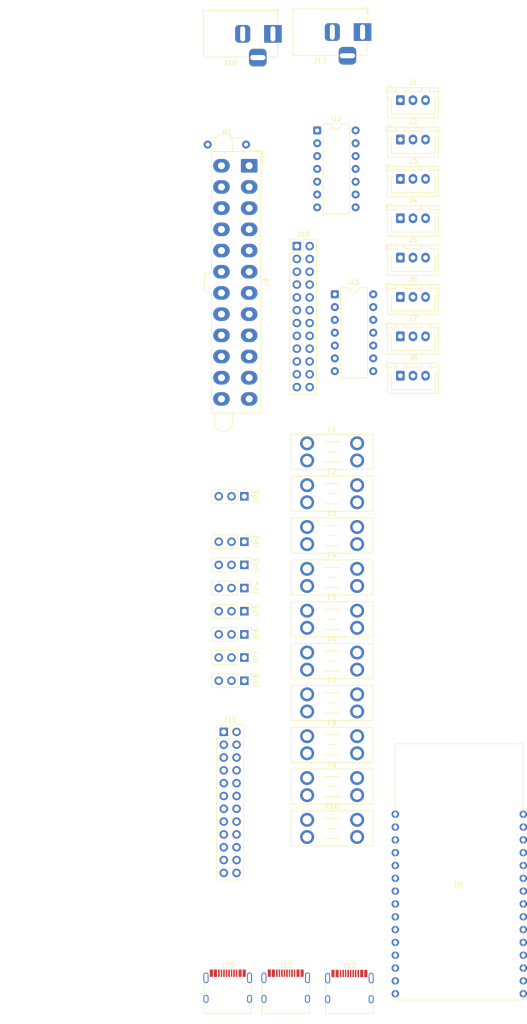
<source format=kicad_pcb>
(kicad_pcb (version 20241229) (generator "pcbnew") (generator_version "9.0")
  (layers (0 "F.Cu" signal) (2 "B.Cu" signal) (13 "F.Paste" user) (15 "B.Paste" user) (5 "F.SilkS" user "F.Silkscreen") (7 "B.SilkS" user "B.Silkscreen") (1 "F.Mask" user) (3 "B.Mask" user) (25 "Edge.Cuts" user))
  (net 0 "")
  (net 1 "Net-(JP1-C)")
  (net 2 "/Vout1")
  (net 3 "Net-(JP2-C)")
  (net 4 "/Vout2")
  (net 5 "Net-(JP3-C)")
  (net 6 "/Vout3")
  (net 7 "/Vout4")
  (net 8 "Net-(JP4-C)")
  (net 9 "/Vout5")
  (net 10 "Net-(JP5-C)")
  (net 11 "/Vout6")
  (net 12 "Net-(JP6-C)")
  (net 14 "Net-(JP7-C)")
  (net 15 "Net-(JP8-C)")
  (net 16 "/Vout8")
  (net 17 "Net-(J9-Pin_10)")
  (net 18 "+12VAUX")
  (net 19 "Net-(J9-Pin_21)")
  (net 20 "+5VAUX")
  (net 21 "Net-(J1-Pin_2)")
  (net 22 "GND")
  (net 23 "Net-(J2-Pin_2)")
  (net 24 "Net-(J3-Pin_2)")
  (net 25 "Net-(J4-Pin_2)")
  (net 26 "Net-(J5-Pin_2)")
  (net 27 "Net-(J6-Pin_2)")
  (net 28 "Net-(J7-Pin_2)")
  (net 29 "/Vout7")
  (net 30 "Net-(J8-Pin_2)")
  (net 37 "+12VLED")
  (net 38 "+5VLED")
  (net 41 "+3.3V")
  (net 42 "+5V_LOGIC")
  (net 51 "Net-(U1-GND-Pad1)")
  (net 54 "/DATA6_IN")
  (net 56 "/DATA2_IN")
  (net 63 "/DATA1_IN")
  (net 66 "/DATA8_IN")
  (net 68 "/DATA5_IN")
  (net 75 "/DATA4_IN")
  (net 77 "/DATA7_IN")
  (net 83 "/DATA3_IN")
  (net 84 "+5VLOGIC")
  (net 86 "Net-(J9-Pin_16)")
  (net 91 "Net-(J13-VBUS-PadA9)")
  (footprint "Fuse:Fuseholder_Blade_Mini_Keystone_3568" (layer "F.Cu") (at 32.5 152.32)
    (property "Reference" "F9" (at 4.96 -2.67 0) (layer "F.SilkS"))
    (property "Value" "Fuse")
    (pad "1" thru_hole circle (at 0 0) (size 2.78 2.78) (drill 1.78) (layers "*.Cu" "*.Mask") (net 18 "+12VAUX"))
    (pad "1" thru_hole circle (at 0 3.4) (size 2.78 2.78) (drill 1.78) (layers "*.Cu" "*.Mask") (net 18 "+12VAUX"))
    (pad "2" thru_hole circle (at 9.92 0) (size 2.78 2.78) (drill 1.78) (layers "*.Cu" "*.Mask") (net 17 "Net-(J9-Pin_10)"))
    (pad "2" thru_hole circle (at 9.92 3.4) (size 2.78 2.78) (drill 1.78) (layers "*.Cu" "*.Mask") (net 17 "Net-(J9-Pin_10)"))
  )
  (footprint "Connector_JST:JST_XH_B3B-XH-A_1x03_P2.50mm_Vertical" (layer "F.Cu") (at 51 41.4)
    (property "Reference" "J4" (at 2.5 -3.55 0) (layer "F.SilkS"))
    (property "Value" "Conn_01x03")
    (pad "1" thru_hole roundrect (at 0 0) (size 1.7 1.95) (drill 0.95) (layers "*.Cu" "*.Mask") (roundrect_rratio 0.147059) (net 22 "GND"))
    (pad "2" thru_hole oval (at 2.5 0) (size 1.7 1.95) (drill 0.95) (layers "*.Cu" "*.Mask") (net 25 "Net-(J4-Pin_2)"))
    (pad "3" thru_hole oval (at 5 0) (size 1.7 1.95) (drill 0.95) (layers "*.Cu" "*.Mask") (net 7 "/Vout4"))
  )
  (footprint "Package_DIP:DIP-14_W7.62mm" (layer "F.Cu") (at 34.5 24)
    (property "Reference" "U2" (at 3.81 -2.33 0) (layer "F.SilkS"))
    (property "Value" "74AHCT125")
    (pad "1" thru_hole roundrect (at 0 0) (size 1.6 1.6) (drill 0.8) (layers "*.Cu" "*.Mask") (roundrect_rratio 0.15625) (net 22 "GND"))
    (pad "2" thru_hole circle (at 0 2.54) (size 1.6 1.6) (drill 0.8) (layers "*.Cu" "*.Mask") (net 63 "/DATA1_IN"))
    (pad "3" thru_hole circle (at 0 5.08) (size 1.6 1.6) (drill 0.8) (layers "*.Cu" "*.Mask") (net 21 "Net-(J1-Pin_2)"))
    (pad "4" thru_hole circle (at 0 7.62) (size 1.6 1.6) (drill 0.8) (layers "*.Cu" "*.Mask") (net 22 "GND"))
    (pad "5" thru_hole circle (at 0 10.16) (size 1.6 1.6) (drill 0.8) (layers "*.Cu" "*.Mask") (net 56 "/DATA2_IN"))
    (pad "6" thru_hole circle (at 0 12.7) (size 1.6 1.6) (drill 0.8) (layers "*.Cu" "*.Mask") (net 23 "Net-(J2-Pin_2)"))
    (pad "7" thru_hole circle (at 0 15.24) (size 1.6 1.6) (drill 0.8) (layers "*.Cu" "*.Mask") (net 22 "GND"))
    (pad "8" thru_hole circle (at 7.62 15.24) (size 1.6 1.6) (drill 0.8) (layers "*.Cu" "*.Mask") (net 24 "Net-(J3-Pin_2)"))
    (pad "9" thru_hole circle (at 7.62 12.7) (size 1.6 1.6) (drill 0.8) (layers "*.Cu" "*.Mask") (net 83 "/DATA3_IN"))
    (pad "10" thru_hole circle (at 7.62 10.16) (size 1.6 1.6) (drill 0.8) (layers "*.Cu" "*.Mask") (net 22 "GND"))
    (pad "11" thru_hole circle (at 7.62 7.62) (size 1.6 1.6) (drill 0.8) (layers "*.Cu" "*.Mask") (net 25 "Net-(J4-Pin_2)"))
    (pad "12" thru_hole circle (at 7.62 5.08) (size 1.6 1.6) (drill 0.8) (layers "*.Cu" "*.Mask") (net 75 "/DATA4_IN"))
    (pad "13" thru_hole circle (at 7.62 2.54) (size 1.6 1.6) (drill 0.8) (layers "*.Cu" "*.Mask") (net 22 "GND"))
    (pad "14" thru_hole circle (at 7.62 0) (size 1.6 1.6) (drill 0.8) (layers "*.Cu" "*.Mask") (net 84 "+5VLOGIC"))
  )
  (footprint "Connector_USB:USB_C_Receptacle_HRO_TYPE-C-31-M-12" (layer "F.Cu") (at 40.89 195.1)
    (property "Reference" "J12" (at 0 -5.645 0) (layer "F.SilkS"))
    (property "Value" "USB_C_Receptacle_PowerOnly_6P")
    (pad "" np_thru_hole circle (at -2.89 -2.6) (size 0.65 0.65) (drill 0.65) (layers "*.Cu" "*.Mask"))
    (pad "" np_thru_hole circle (at 2.89 -2.6) (size 0.65 0.65) (drill 0.65) (layers "*.Cu" "*.Mask"))
    (pad "A1" smd rect (at -3.25 -4.045) (size 0.6 1.45) (layers "F.Cu" "F.Mask" "F.Paste"))
    (pad "A4" smd rect (at -2.45 -4.045) (size 0.6 1.45) (layers "F.Cu" "F.Mask" "F.Paste"))
    (pad "A5" smd rect (at -1.25 -4.045) (size 0.3 1.45) (layers "F.Cu" "F.Mask" "F.Paste"))
    (pad "A6" smd rect (at -0.25 -4.045) (size 0.3 1.45) (layers "F.Cu" "F.Mask" "F.Paste"))
    (pad "A7" smd rect (at 0.25 -4.045) (size 0.3 1.45) (layers "F.Cu" "F.Mask" "F.Paste"))
    (pad "A8" smd rect (at 1.25 -4.045) (size 0.3 1.45) (layers "F.Cu" "F.Mask" "F.Paste"))
    (pad "A9" smd rect (at 2.45 -4.045) (size 0.6 1.45) (layers "F.Cu" "F.Mask" "F.Paste") (net 20 "+5VAUX"))
    (pad "A12" smd rect (at 3.25 -4.045) (size 0.6 1.45) (layers "F.Cu" "F.Mask" "F.Paste") (net 22 "GND"))
    (pad "B1" smd rect (at 3.25 -4.045) (size 0.6 1.45) (layers "F.Cu" "F.Mask" "F.Paste"))
    (pad "B4" smd rect (at 2.45 -4.045) (size 0.6 1.45) (layers "F.Cu" "F.Mask" "F.Paste"))
    (pad "B5" smd rect (at 1.75 -4.045) (size 0.3 1.45) (layers "F.Cu" "F.Mask" "F.Paste"))
    (pad "B6" smd rect (at 0.75 -4.045) (size 0.3 1.45) (layers "F.Cu" "F.Mask" "F.Paste"))
    (pad "B7" smd rect (at -0.75 -4.045) (size 0.3 1.45) (layers "F.Cu" "F.Mask" "F.Paste"))
    (pad "B8" smd rect (at -1.75 -4.045) (size 0.3 1.45) (layers "F.Cu" "F.Mask" "F.Paste"))
    (pad "B9" smd rect (at -2.45 -4.045) (size 0.6 1.45) (layers "F.Cu" "F.Mask" "F.Paste") (net 20 "+5VAUX"))
    (pad "B12" smd rect (at -3.25 -4.045) (size 0.6 1.45) (layers "F.Cu" "F.Mask" "F.Paste") (net 22 "GND"))
    (pad "S1" thru_hole oval (at -4.32 -3.13) (size 1 2.1) (drill oval 0.6 1.7) (property pad_prop_heatsink) (layers "*.Cu" "*.Mask"))
    (pad "S1" thru_hole oval (at -4.32 1.05) (size 1 1.6) (drill oval 0.6 1.2) (property pad_prop_heatsink) (layers "*.Cu" "*.Mask"))
    (pad "S1" thru_hole oval (at 4.32 -3.13) (size 1 2.1) (drill oval 0.6 1.7) (property pad_prop_heatsink) (layers "*.Cu" "*.Mask"))
    (pad "S1" thru_hole oval (at 4.32 1.05) (size 1 1.6) (drill oval 0.6 1.2) (property pad_prop_heatsink) (layers "*.Cu" "*.Mask"))
  )
  (footprint "Connector_Molex:Molex_Mini-Fit_Jr_5566-24A2_2x12_P4.20mm_Vertical" (layer "F.Cu") (at 21 31 -90)
    (property "Reference" "J9" (at 23.1 -3.45 90) (layer "F.SilkS"))
    (property "Value" "Conn_02x12_Top_Bottom")
    (pad "" np_thru_hole circle (at -4.7 5.04 270) (size 3 3) (drill 3) (layers "*.Cu" "*.Mask"))
    (pad "" np_thru_hole circle (at 50.9 5.04 270) (size 3 3) (drill 3) (layers "*.Cu" "*.Mask"))
    (pad "1" thru_hole roundrect (at 0 0 270) (size 2.7 3.3) (drill 1.4) (layers "*.Cu" "*.Mask") (roundrect_rratio 0.092593) (net 41 "+3.3V"))
    (pad "2" thru_hole oval (at 4.2 0 270) (size 2.7 3.3) (drill 1.4) (layers "*.Cu" "*.Mask"))
    (pad "3" thru_hole oval (at 8.4 0 270) (size 2.7 3.3) (drill 1.4) (layers "*.Cu" "*.Mask"))
    (pad "4" thru_hole oval (at 12.6 0 270) (size 2.7 3.3) (drill 1.4) (layers "*.Cu" "*.Mask"))
    (pad "5" thru_hole oval (at 16.8 0 270) (size 2.7 3.3) (drill 1.4) (layers "*.Cu" "*.Mask") (net 22 "GND"))
    (pad "6" thru_hole oval (at 21 0 270) (size 2.7 3.3) (drill 1.4) (layers "*.Cu" "*.Mask"))
    (pad "7" thru_hole oval (at 25.2 0 270) (size 2.7 3.3) (drill 1.4) (layers "*.Cu" "*.Mask"))
    (pad "8" thru_hole oval (at 29.4 0 270) (size 2.7 3.3) (drill 1.4) (layers "*.Cu" "*.Mask"))
    (pad "9" thru_hole oval (at 33.6 0 270) (size 2.7 3.3) (drill 1.4) (layers "*.Cu" "*.Mask") (net 42 "+5V_LOGIC"))
    (pad "10" thru_hole oval (at 37.8 0 270) (size 2.7 3.3) (drill 1.4) (layers "*.Cu" "*.Mask") (net 17 "Net-(J9-Pin_10)"))
    (pad "11" thru_hole oval (at 42 0 270) (size 2.7 3.3) (drill 1.4) (layers "*.Cu" "*.Mask") (net 37 "+12VLED"))
    (pad "12" thru_hole oval (at 46.2 0 270) (size 2.7 3.3) (drill 1.4) (layers "*.Cu" "*.Mask"))
    (pad "13" thru_hole oval (at 0 5.5 270) (size 2.7 3.3) (drill 1.4) (layers "*.Cu" "*.Mask"))
    (pad "14" thru_hole oval (at 4.2 5.5 270) (size 2.7 3.3) (drill 1.4) (layers "*.Cu" "*.Mask"))
    (pad "15" thru_hole oval (at 8.4 5.5 270) (size 2.7 3.3) (drill 1.4) (layers "*.Cu" "*.Mask"))
    (pad "16" thru_hole oval (at 12.6 5.5 270) (size 2.7 3.3) (drill 1.4) (layers "*.Cu" "*.Mask") (net 86 "Net-(J9-Pin_16)"))
    (pad "17" thru_hole oval (at 16.8 5.5 270) (size 2.7 3.3) (drill 1.4) (layers "*.Cu" "*.Mask"))
    (pad "18" thru_hole oval (at 21 5.5 270) (size 2.7 3.3) (drill 1.4) (layers "*.Cu" "*.Mask"))
    (pad "19" thru_hole oval (at 25.2 5.5 270) (size 2.7 3.3) (drill 1.4) (layers "*.Cu" "*.Mask"))
    (pad "20" thru_hole oval (at 29.4 5.5 270) (size 2.7 3.3) (drill 1.4) (layers "*.Cu" "*.Mask") (net 38 "+5VLED"))
    (pad "21" thru_hole oval (at 33.6 5.5 270) (size 2.7 3.3) (drill 1.4) (layers "*.Cu" "*.Mask") (net 19 "Net-(J9-Pin_21)"))
    (pad "22" thru_hole oval (at 37.8 5.5 270) (size 2.7 3.3) (drill 1.4) (layers "*.Cu" "*.Mask"))
    (pad "23" thru_hole oval (at 42 5.5 270) (size 2.7 3.3) (drill 1.4) (layers "*.Cu" "*.Mask"))
    (pad "24" thru_hole oval (at 46.2 5.5 270) (size 2.7 3.3) (drill 1.4) (layers "*.Cu" "*.Mask"))
  )
  (footprint "Connector_BarrelJack:BarrelJack_Horizontal" (layer "F.Cu") (at 25.715 4.86)
    (property "Reference" "J16" (at -8.45 5.75 0) (layer "F.SilkS"))
    (property "Value" "Conn_01x02")
    (pad "1" thru_hole rect (at 0 0) (size 3.5 3.5) (drill oval 1 3) (layers "*.Cu" "*.Mask") (net 22 "GND"))
    (pad "2" thru_hole roundrect (at -6 0) (size 3 3.5) (drill oval 1 3) (layers "*.Cu" "*.Mask") (net 18 "+12VAUX"))
    (pad "3" thru_hole roundrect (at -3 4.7) (size 3.5 3.5) (drill oval 3 1) (layers "*.Cu" "*.Mask"))
  )
  (footprint "Connector_PinHeader_2.54mm:PinHeader_1x03_P2.54mm_Vertical" (layer "F.Cu") (at 20.04 133.04 -90)
    (property "Reference" "JP8" (at 0 -2.38 90) (layer "F.SilkS"))
    (property "Value" "Jumper_3_Open")
    (pad "1" thru_hole rect (at 0 0 270) (size 1.7 1.7) (drill 1) (layers "*.Cu" "*.Mask") (net 38 "+5VLED"))
    (pad "2" thru_hole circle (at 0 2.54 270) (size 1.7 1.7) (drill 1) (layers "*.Cu" "*.Mask") (net 15 "Net-(JP8-C)"))
    (pad "3" thru_hole circle (at 0 5.08 270) (size 1.7 1.7) (drill 1) (layers "*.Cu" "*.Mask") (net 37 "+12VLED"))
  )
  (footprint "Connector_PinHeader_2.54mm:PinHeader_1x03_P2.54mm_Vertical" (layer "F.Cu") (at 20.04 110.09 -90)
    (property "Reference" "JP3" (at 0 -2.38 90) (layer "F.SilkS"))
    (property "Value" "Jumper_3_Open")
    (pad "1" thru_hole rect (at 0 0 270) (size 1.7 1.7) (drill 1) (layers "*.Cu" "*.Mask") (net 38 "+5VLED"))
    (pad "2" thru_hole circle (at 0 2.54 270) (size 1.7 1.7) (drill 1) (layers "*.Cu" "*.Mask") (net 5 "Net-(JP3-C)"))
    (pad "3" thru_hole circle (at 0 5.08 270) (size 1.7 1.7) (drill 1) (layers "*.Cu" "*.Mask") (net 37 "+12VLED"))
  )
  (footprint "Fuse:Fuseholder_Blade_Mini_Keystone_3568" (layer "F.Cu") (at 32.5 144.03)
    (property "Reference" "F8" (at 4.96 -2.67 0) (layer "F.SilkS"))
    (property "Value" "Fuse")
    (pad "1" thru_hole circle (at 0 0) (size 2.78 2.78) (drill 1.78) (layers "*.Cu" "*.Mask") (net 15 "Net-(JP8-C)"))
    (pad "1" thru_hole circle (at 0 3.4) (size 2.78 2.78) (drill 1.78) (layers "*.Cu" "*.Mask") (net 15 "Net-(JP8-C)"))
    (pad "2" thru_hole circle (at 9.92 0) (size 2.78 2.78) (drill 1.78) (layers "*.Cu" "*.Mask") (net 16 "/Vout8"))
    (pad "2" thru_hole circle (at 9.92 3.4) (size 2.78 2.78) (drill 1.78) (layers "*.Cu" "*.Mask") (net 16 "/Vout8"))
  )
  (footprint "Package_DIP:DIP-14_W7.62mm" (layer "F.Cu") (at 38 56.46)
    (property "Reference" "U3" (at 3.81 -2.33 0) (layer "F.SilkS"))
    (property "Value" "74AHCT125")
    (pad "1" thru_hole roundrect (at 0 0) (size 1.6 1.6) (drill 0.8) (layers "*.Cu" "*.Mask") (roundrect_rratio 0.15625) (net 22 "GND"))
    (pad "2" thru_hole circle (at 0 2.54) (size 1.6 1.6) (drill 0.8) (layers "*.Cu" "*.Mask") (net 68 "/DATA5_IN"))
    (pad "3" thru_hole circle (at 0 5.08) (size 1.6 1.6) (drill 0.8) (layers "*.Cu" "*.Mask") (net 26 "Net-(J5-Pin_2)"))
    (pad "4" thru_hole circle (at 0 7.62) (size 1.6 1.6) (drill 0.8) (layers "*.Cu" "*.Mask") (net 22 "GND"))
    (pad "5" thru_hole circle (at 0 10.16) (size 1.6 1.6) (drill 0.8) (layers "*.Cu" "*.Mask") (net 54 "/DATA6_IN"))
    (pad "6" thru_hole circle (at 0 12.7) (size 1.6 1.6) (drill 0.8) (layers "*.Cu" "*.Mask") (net 27 "Net-(J6-Pin_2)"))
    (pad "7" thru_hole circle (at 0 15.24) (size 1.6 1.6) (drill 0.8) (layers "*.Cu" "*.Mask") (net 22 "GND"))
    (pad "8" thru_hole circle (at 7.62 15.24) (size 1.6 1.6) (drill 0.8) (layers "*.Cu" "*.Mask") (net 28 "Net-(J7-Pin_2)"))
    (pad "9" thru_hole circle (at 7.62 12.7) (size 1.6 1.6) (drill 0.8) (layers "*.Cu" "*.Mask") (net 77 "/DATA7_IN"))
    (pad "10" thru_hole circle (at 7.62 10.16) (size 1.6 1.6) (drill 0.8) (layers "*.Cu" "*.Mask") (net 22 "GND"))
    (pad "11" thru_hole circle (at 7.62 7.62) (size 1.6 1.6) (drill 0.8) (layers "*.Cu" "*.Mask") (net 30 "Net-(J8-Pin_2)"))
    (pad "12" thru_hole circle (at 7.62 5.08) (size 1.6 1.6) (drill 0.8) (layers "*.Cu" "*.Mask") (net 66 "/DATA8_IN"))
    (pad "13" thru_hole circle (at 7.62 2.54) (size 1.6 1.6) (drill 0.8) (layers "*.Cu" "*.Mask") (net 22 "GND"))
    (pad "14" thru_hole circle (at 7.62 0) (size 1.6 1.6) (drill 0.8) (layers "*.Cu" "*.Mask") (net 84 "+5VLOGIC"))
  )
  (footprint "Connector_PinHeader_2.54mm:PinHeader_1x03_P2.54mm_Vertical" (layer "F.Cu") (at 20.04 123.86 -90)
    (property "Reference" "JP6" (at 0 -2.38 90) (layer "F.SilkS"))
    (property "Value" "Jumper_3_Open")
    (pad "1" thru_hole rect (at 0 0 270) (size 1.7 1.7) (drill 1) (layers "*.Cu" "*.Mask") (net 38 "+5VLED"))
    (pad "2" thru_hole circle (at 0 2.54 270) (size 1.7 1.7) (drill 1) (layers "*.Cu" "*.Mask") (net 12 "Net-(JP6-C)"))
    (pad "3" thru_hole circle (at 0 5.08 270) (size 1.7 1.7) (drill 1) (layers "*.Cu" "*.Mask") (net 37 "+12VLED"))
  )
  (footprint "Connector_PinHeader_2.54mm:PinHeader_2x12_P2.54mm_Vertical" (layer "F.Cu") (at 15.96 143.18)
    (property "Reference" "J11" (at 1.27 -2.38 0) (layer "F.SilkS"))
    (property "Value" "Conn_02x12_Top_Bottom")
    (pad "1" thru_hole rect (at 0 0) (size 1.7 1.7) (drill 1) (layers "*.Cu" "*.Mask") (net 41 "+3.3V"))
    (pad "2" thru_hole circle (at 2.54 0) (size 1.7 1.7) (drill 1) (layers "*.Cu" "*.Mask") (net 41 "+3.3V"))
    (pad "3" thru_hole circle (at 0 2.54) (size 1.7 1.7) (drill 1) (layers "*.Cu" "*.Mask") (net 41 "+3.3V"))
    (pad "4" thru_hole circle (at 2.54 2.54) (size 1.7 1.7) (drill 1) (layers "*.Cu" "*.Mask") (net 20 "+5VAUX"))
    (pad "5" thru_hole circle (at 0 5.08) (size 1.7 1.7) (drill 1) (layers "*.Cu" "*.Mask") (net 20 "+5VAUX"))
    (pad "6" thru_hole circle (at 2.54 5.08) (size 1.7 1.7) (drill 1) (layers "*.Cu" "*.Mask") (net 20 "+5VAUX"))
    (pad "7" thru_hole circle (at 0 7.62) (size 1.7 1.7) (drill 1) (layers "*.Cu" "*.Mask") (net 20 "+5VAUX"))
    (pad "8" thru_hole circle (at 2.54 7.62) (size 1.7 1.7) (drill 1) (layers "*.Cu" "*.Mask") (net 20 "+5VAUX"))
    (pad "9" thru_hole circle (at 0 10.16) (size 1.7 1.7) (drill 1) (layers "*.Cu" "*.Mask") (net 20 "+5VAUX"))
    (pad "10" thru_hole circle (at 2.54 10.16) (size 1.7 1.7) (drill 1) (layers "*.Cu" "*.Mask") (net 18 "+12VAUX"))
    (pad "11" thru_hole circle (at 0 12.7) (size 1.7 1.7) (drill 1) (layers "*.Cu" "*.Mask") (net 18 "+12VAUX"))
    (pad "12" thru_hole circle (at 2.54 12.7) (size 1.7 1.7) (drill 1) (layers "*.Cu" "*.Mask") (net 18 "+12VAUX"))
    (pad "13" thru_hole circle (at 0 15.24) (size 1.7 1.7) (drill 1) (layers "*.Cu" "*.Mask") (net 22 "GND"))
    (pad "14" thru_hole circle (at 2.54 15.24) (size 1.7 1.7) (drill 1) (layers "*.Cu" "*.Mask") (net 22 "GND"))
    (pad "15" thru_hole circle (at 0 17.78) (size 1.7 1.7) (drill 1) (layers "*.Cu" "*.Mask") (net 22 "GND"))
    (pad "16" thru_hole circle (at 2.54 17.78) (size 1.7 1.7) (drill 1) (layers "*.Cu" "*.Mask") (net 22 "GND"))
    (pad "17" thru_hole circle (at 0 20.32) (size 1.7 1.7) (drill 1) (layers "*.Cu" "*.Mask") (net 22 "GND"))
    (pad "18" thru_hole circle (at 2.54 20.32) (size 1.7 1.7) (drill 1) (layers "*.Cu" "*.Mask") (net 22 "GND"))
    (pad "19" thru_hole circle (at 0 22.86) (size 1.7 1.7) (drill 1) (layers "*.Cu" "*.Mask") (net 22 "GND"))
    (pad "20" thru_hole circle (at 2.54 22.86) (size 1.7 1.7) (drill 1) (layers "*.Cu" "*.Mask") (net 22 "GND"))
    (pad "21" thru_hole circle (at 0 25.4) (size 1.7 1.7) (drill 1) (layers "*.Cu" "*.Mask") (net 22 "GND"))
    (pad "22" thru_hole circle (at 2.54 25.4) (size 1.7 1.7) (drill 1) (layers "*.Cu" "*.Mask") (net 22 "GND"))
    (pad "23" thru_hole circle (at 0 27.94) (size 1.7 1.7) (drill 1) (layers "*.Cu" "*.Mask") (net 22 "GND"))
    (pad "24" thru_hole circle (at 2.54 27.94) (size 1.7 1.7) (drill 1) (layers "*.Cu" "*.Mask") (net 22 "GND"))
  )
  (footprint "Connector_JST:JST_XH_B3B-XH-A_1x03_P2.50mm_Vertical" (layer "F.Cu") (at 51 49.2)
    (property "Reference" "J5" (at 2.5 -3.55 0) (layer "F.SilkS"))
    (property "Value" "Conn_01x03")
    (pad "1" thru_hole roundrect (at 0 0) (size 1.7 1.95) (drill 0.95) (layers "*.Cu" "*.Mask") (roundrect_rratio 0.147059) (net 22 "GND"))
    (pad "2" thru_hole oval (at 2.5 0) (size 1.7 1.95) (drill 0.95) (layers "*.Cu" "*.Mask") (net 26 "Net-(J5-Pin_2)"))
    (pad "3" thru_hole oval (at 5 0) (size 1.7 1.95) (drill 0.95) (layers "*.Cu" "*.Mask") (net 9 "/Vout5"))
  )
  (footprint "Connector_USB:USB_C_Receptacle_HRO_TYPE-C-31-M-12" (layer "F.Cu") (at 28.25 195.045)
    (property "Reference" "J13" (at 0 -5.645 0) (layer "F.SilkS"))
    (property "Value" "USB_C_Receptacle_PowerOnly_6P")
    (pad "" np_thru_hole circle (at -2.89 -2.6) (size 0.65 0.65) (drill 0.65) (layers "*.Cu" "*.Mask"))
    (pad "" np_thru_hole circle (at 2.89 -2.6) (size 0.65 0.65) (drill 0.65) (layers "*.Cu" "*.Mask"))
    (pad "A1" smd rect (at -3.25 -4.045) (size 0.6 1.45) (layers "F.Cu" "F.Mask" "F.Paste"))
    (pad "A4" smd rect (at -2.45 -4.045) (size 0.6 1.45) (layers "F.Cu" "F.Mask" "F.Paste"))
    (pad "A5" smd rect (at -1.25 -4.045) (size 0.3 1.45) (layers "F.Cu" "F.Mask" "F.Paste"))
    (pad "A6" smd rect (at -0.25 -4.045) (size 0.3 1.45) (layers "F.Cu" "F.Mask" "F.Paste"))
    (pad "A7" smd rect (at 0.25 -4.045) (size 0.3 1.45) (layers "F.Cu" "F.Mask" "F.Paste"))
    (pad "A8" smd rect (at 1.25 -4.045) (size 0.3 1.45) (layers "F.Cu" "F.Mask" "F.Paste"))
    (pad "A9" smd rect (at 2.45 -4.045) (size 0.6 1.45) (layers "F.Cu" "F.Mask" "F.Paste") (net 91 "Net-(J13-VBUS-PadA9)"))
    (pad "A12" smd rect (at 3.25 -4.045) (size 0.6 1.45) (layers "F.Cu" "F.Mask" "F.Paste") (net 22 "GND"))
    (pad "B1" smd rect (at 3.25 -4.045) (size 0.6 1.45) (layers "F.Cu" "F.Mask" "F.Paste"))
    (pad "B4" smd rect (at 2.45 -4.045) (size 0.6 1.45) (layers "F.Cu" "F.Mask" "F.Paste"))
    (pad "B5" smd rect (at 1.75 -4.045) (size 0.3 1.45) (layers "F.Cu" "F.Mask" "F.Paste"))
    (pad "B6" smd rect (at 0.75 -4.045) (size 0.3 1.45) (layers "F.Cu" "F.Mask" "F.Paste"))
    (pad "B7" smd rect (at -0.75 -4.045) (size 0.3 1.45) (layers "F.Cu" "F.Mask" "F.Paste"))
    (pad "B8" smd rect (at -1.75 -4.045) (size 0.3 1.45) (layers "F.Cu" "F.Mask" "F.Paste"))
    (pad "B9" smd rect (at -2.45 -4.045) (size 0.6 1.45) (layers "F.Cu" "F.Mask" "F.Paste") (net 91 "Net-(J13-VBUS-PadA9)"))
    (pad "B12" smd rect (at -3.25 -4.045) (size 0.6 1.45) (layers "F.Cu" "F.Mask" "F.Paste") (net 22 "GND"))
    (pad "S1" thru_hole oval (at -4.32 -3.13) (size 1 2.1) (drill oval 0.6 1.7) (property pad_prop_heatsink) (layers "*.Cu" "*.Mask"))
    (pad "S1" thru_hole oval (at -4.32 1.05) (size 1 1.6) (drill oval 0.6 1.2) (property pad_prop_heatsink) (layers "*.Cu" "*.Mask"))
    (pad "S1" thru_hole oval (at 4.32 -3.13) (size 1 2.1) (drill oval 0.6 1.7) (property pad_prop_heatsink) (layers "*.Cu" "*.Mask"))
    (pad "S1" thru_hole oval (at 4.32 1.05) (size 1 1.6) (drill oval 0.6 1.2) (property pad_prop_heatsink) (layers "*.Cu" "*.Mask"))
  )
  (footprint "Connector_PinHeader_2.54mm:PinHeader_1x03_P2.54mm_Vertical" (layer "F.Cu") (at 20.04 114.68 -90)
    (property "Reference" "JP4" (at 0 -2.38 90) (layer "F.SilkS"))
    (property "Value" "Jumper_3_Open")
    (pad "1" thru_hole rect (at 0 0 270) (size 1.7 1.7) (drill 1) (layers "*.Cu" "*.Mask") (net 38 "+5VLED"))
    (pad "2" thru_hole circle (at 0 2.54 270) (size 1.7 1.7) (drill 1) (layers "*.Cu" "*.Mask") (net 8 "Net-(JP4-C)"))
    (pad "3" thru_hole circle (at 0 5.08 270) (size 1.7 1.7) (drill 1) (layers "*.Cu" "*.Mask") (net 37 "+12VLED"))
  )
  (footprint "esp32:ESP32-DevKitC_30Pin" (layer "F.Cu") (at 62.7 170.93 180)
    (property "Reference" "U1" (at 0 -2.54 0) (layer "F.SilkS"))
    (property "Value" "ESP32-WROOM-32")
    (pad "1" thru_hole oval (at -12.7 -24.13 180) (size 1.5 1.5) (drill 0.8) (layers "*.Cu" "*.Mask") (net 51 "Net-(U1-GND-Pad1)"))
    (pad "2" thru_hole oval (at 12.7 -24.13 180) (size 1.5 1.5) (drill 0.8) (layers "*.Cu" "*.Mask"))
    (pad "3" thru_hole oval (at -12.7 -21.59 180) (size 1.5 1.5) (drill 0.8) (layers "*.Cu" "*.Mask"))
    (pad "4" thru_hole oval (at 12.7 -21.59 180) (size 1.5 1.5) (drill 0.8) (layers "*.Cu" "*.Mask"))
    (pad "5" thru_hole oval (at -12.7 -19.05 180) (size 1.5 1.5) (drill 0.8) (layers "*.Cu" "*.Mask"))
    (pad "6" thru_hole oval (at 12.7 -19.05 180) (size 1.5 1.5) (drill 0.8) (layers "*.Cu" "*.Mask"))
    (pad "7" thru_hole oval (at -12.7 -16.51 180) (size 1.5 1.5) (drill 0.8) (layers "*.Cu" "*.Mask"))
    (pad "8" thru_hole oval (at 12.7 -16.51 180) (size 1.5 1.5) (drill 0.8) (layers "*.Cu" "*.Mask"))
    (pad "9" thru_hole oval (at -12.7 -13.97 180) (size 1.5 1.5) (drill 0.8) (layers "*.Cu" "*.Mask"))
    (pad "10" thru_hole oval (at 12.7 -13.97 180) (size 1.5 1.5) (drill 0.8) (layers "*.Cu" "*.Mask") (net 66 "/DATA8_IN"))
    (pad "11" thru_hole oval (at -12.7 -11.43 180) (size 1.5 1.5) (drill 0.8) (layers "*.Cu" "*.Mask"))
    (pad "12" thru_hole oval (at 12.7 -11.43 180) (size 1.5 1.5) (drill 0.8) (layers "*.Cu" "*.Mask"))
    (pad "13" thru_hole oval (at -12.7 -8.89 180) (size 1.5 1.5) (drill 0.8) (layers "*.Cu" "*.Mask"))
    (pad "14" thru_hole oval (at 12.7 -8.89 180) (size 1.5 1.5) (drill 0.8) (layers "*.Cu" "*.Mask"))
    (pad "15" thru_hole oval (at -12.7 -6.35 180) (size 1.5 1.5) (drill 0.8) (layers "*.Cu" "*.Mask") (net 51 "Net-(U1-GND-Pad1)"))
    (pad "16" thru_hole oval (at 12.7 -6.35 180) (size 1.5 1.5) (drill 0.8) (layers "*.Cu" "*.Mask"))
    (pad "17" thru_hole oval (at -12.7 -3.81 180) (size 1.5 1.5) (drill 0.8) (layers "*.Cu" "*.Mask"))
    (pad "18" thru_hole oval (at 12.7 -3.81 180) (size 1.5 1.5) (drill 0.8) (layers "*.Cu" "*.Mask"))
    (pad "19" thru_hole oval (at -12.7 -1.27 180) (size 1.5 1.5) (drill 0.8) (layers "*.Cu" "*.Mask"))
    (pad "20" thru_hole oval (at 12.7 -1.27 180) (size 1.5 1.5) (drill 0.8) (layers "*.Cu" "*.Mask"))
    (pad "21" thru_hole oval (at -12.7 1.27 180) (size 1.5 1.5) (drill 0.8) (layers "*.Cu" "*.Mask"))
    (pad "22" thru_hole oval (at 12.7 1.27 180) (size 1.5 1.5) (drill 0.8) (layers "*.Cu" "*.Mask"))
    (pad "23" thru_hole oval (at -12.7 3.81 180) (size 1.5 1.5) (drill 0.8) (layers "*.Cu" "*.Mask"))
    (pad "24" thru_hole oval (at 12.7 3.81 180) (size 1.5 1.5) (drill 0.8) (layers "*.Cu" "*.Mask"))
    (pad "25" thru_hole oval (at -12.7 6.35 180) (size 1.5 1.5) (drill 0.8) (layers "*.Cu" "*.Mask"))
    (pad "26" thru_hole oval (at 12.7 6.35 180) (size 1.5 1.5) (drill 0.8) (layers "*.Cu" "*.Mask"))
    (pad "27" thru_hole oval (at -12.7 8.89 180) (size 1.5 1.5) (drill 0.8) (layers "*.Cu" "*.Mask") (net 63 "/DATA1_IN"))
    (pad "28" thru_hole oval (at 12.7 8.89 180) (size 1.5 1.5) (drill 0.8) (layers "*.Cu" "*.Mask") (net 56 "/DATA2_IN"))
    (pad "29" thru_hole oval (at -12.7 11.43 180) (size 1.5 1.5) (drill 0.8) (layers "*.Cu" "*.Mask"))
    (pad "30" thru_hole oval (at 12.7 11.43 180) (size 1.5 1.5) (drill 0.8) (layers "*.Cu" "*.Mask") (net 83 "/DATA3_IN"))
  )
  (footprint "Fuse:Fuseholder_Blade_Mini_Keystone_3568" (layer "F.Cu") (at 32.5 94.29)
    (property "Reference" "F2" (at 4.96 -2.67 0) (layer "F.SilkS"))
    (property "Value" "Fuse")
    (pad "1" thru_hole circle (at 0 0) (size 2.78 2.78) (drill 1.78) (layers "*.Cu" "*.Mask") (net 3 "Net-(JP2-C)"))
    (pad "1" thru_hole circle (at 0 3.4) (size 2.78 2.78) (drill 1.78) (layers "*.Cu" "*.Mask") (net 3 "Net-(JP2-C)"))
    (pad "2" thru_hole circle (at 9.92 0) (size 2.78 2.78) (drill 1.78) (layers "*.Cu" "*.Mask") (net 4 "/Vout2"))
    (pad "2" thru_hole circle (at 9.92 3.4) (size 2.78 2.78) (drill 1.78) (layers "*.Cu" "*.Mask") (net 4 "/Vout2"))
  )
  (footprint "Connector_USB:USB_C_Receptacle_HRO_TYPE-C-31-M-12" (layer "F.Cu") (at 16.75 195.045)
    (property "Reference" "J18" (at 0 -5.645 0) (layer "F.SilkS"))
    (property "Value" "USB_C_Receptacle_PowerOnly_6P")
    (pad "" np_thru_hole circle (at -2.89 -2.6) (size 0.65 0.65) (drill 0.65) (layers "*.Cu" "*.Mask"))
    (pad "" np_thru_hole circle (at 2.89 -2.6) (size 0.65 0.65) (drill 0.65) (layers "*.Cu" "*.Mask"))
    (pad "A1" smd rect (at -3.25 -4.045) (size 0.6 1.45) (layers "F.Cu" "F.Mask" "F.Paste"))
    (pad "A4" smd rect (at -2.45 -4.045) (size 0.6 1.45) (layers "F.Cu" "F.Mask" "F.Paste"))
    (pad "A5" smd rect (at -1.25 -4.045) (size 0.3 1.45) (layers "F.Cu" "F.Mask" "F.Paste"))
    (pad "A6" smd rect (at -0.25 -4.045) (size 0.3 1.45) (layers "F.Cu" "F.Mask" "F.Paste"))
    (pad "A7" smd rect (at 0.25 -4.045) (size 0.3 1.45) (layers "F.Cu" "F.Mask" "F.Paste"))
    (pad "A8" smd rect (at 1.25 -4.045) (size 0.3 1.45) (layers "F.Cu" "F.Mask" "F.Paste"))
    (pad "A9" smd rect (at 2.45 -4.045) (size 0.6 1.45) (layers "F.Cu" "F.Mask" "F.Paste") (net 20 "+5VAUX"))
    (pad "A12" smd rect (at 3.25 -4.045) (size 0.6 1.45) (layers "F.Cu" "F.Mask" "F.Paste") (net 22 "GND"))
    (pad "B1" smd rect (at 3.25 -4.045) (size 0.6 1.45) (layers "F.Cu" "F.Mask" "F.Paste"))
    (pad "B4" smd rect (at 2.45 -4.045) (size 0.6 1.45) (layers "F.Cu" "F.Mask" "F.Paste"))
    (pad "B5" smd rect (at 1.75 -4.045) (size 0.3 1.45) (layers "F.Cu" "F.Mask" "F.Paste"))
    (pad "B6" smd rect (at 0.75 -4.045) (size 0.3 1.45) (layers "F.Cu" "F.Mask" "F.Paste"))
    (pad "B7" smd rect (at -0.75 -4.045) (size 0.3 1.45) (layers "F.Cu" "F.Mask" "F.Paste"))
    (pad "B8" smd rect (at -1.75 -4.045) (size 0.3 1.45) (layers "F.Cu" "F.Mask" "F.Paste"))
    (pad "B9" smd rect (at -2.45 -4.045) (size 0.6 1.45) (layers "F.Cu" "F.Mask" "F.Paste") (net 20 "+5VAUX"))
    (pad "B12" smd rect (at -3.25 -4.045) (size 0.6 1.45) (layers "F.Cu" "F.Mask" "F.Paste") (net 22 "GND"))
    (pad "S1" thru_hole oval (at -4.32 -3.13) (size 1 2.1) (drill oval 0.6 1.7) (property pad_prop_heatsink) (layers "*.Cu" "*.Mask"))
    (pad "S1" thru_hole oval (at -4.32 1.05) (size 1 1.6) (drill oval 0.6 1.2) (property pad_prop_heatsink) (layers "*.Cu" "*.Mask"))
    (pad "S1" thru_hole oval (at 4.32 -3.13) (size 1 2.1) (drill oval 0.6 1.7) (property pad_prop_heatsink) (layers "*.Cu" "*.Mask"))
    (pad "S1" thru_hole oval (at 4.32 1.05) (size 1 1.6) (drill oval 0.6 1.2) (property pad_prop_heatsink) (layers "*.Cu" "*.Mask"))
  )
  (footprint "Fuse:Fuseholder_Blade_Mini_Keystone_3568" (layer "F.Cu") (at 32.5 110.87)
    (property "Reference" "F4" (at 4.96 -2.67 0) (layer "F.SilkS"))
    (property "Value" "Fuse")
    (pad "1" thru_hole circle (at 0 0) (size 2.78 2.78) (drill 1.78) (layers "*.Cu" "*.Mask") (net 8 "Net-(JP4-C)"))
    (pad "1" thru_hole circle (at 0 3.4) (size 2.78 2.78) (drill 1.78) (layers "*.Cu" "*.Mask") (net 8 "Net-(JP4-C)"))
    (pad "2" thru_hole circle (at 9.92 0) (size 2.78 2.78) (drill 1.78) (layers "*.Cu" "*.Mask") (net 7 "/Vout4"))
    (pad "2" thru_hole circle (at 9.92 3.4) (size 2.78 2.78) (drill 1.78) (layers "*.Cu" "*.Mask") (net 7 "/Vout4"))
  )
  (footprint "Fuse:Fuseholder_Blade_Mini_Keystone_3568" (layer "F.Cu") (at 32.5 86)
    (property "Reference" "F1" (at 4.96 -2.67 0) (layer "F.SilkS"))
    (property "Value" "Fuse")
    (pad "1" thru_hole circle (at 0 0) (size 2.78 2.78) (drill 1.78) (layers "*.Cu" "*.Mask") (net 1 "Net-(JP1-C)"))
    (pad "1" thru_hole circle (at 0 3.4) (size 2.78 2.78) (drill 1.78) (layers "*.Cu" "*.Mask") (net 1 "Net-(JP1-C)"))
    (pad "2" thru_hole circle (at 9.92 0) (size 2.78 2.78) (drill 1.78) (layers "*.Cu" "*.Mask") (net 2 "/Vout1"))
    (pad "2" thru_hole circle (at 9.92 3.4) (size 2.78 2.78) (drill 1.78) (layers "*.Cu" "*.Mask") (net 2 "/Vout1"))
  )
  (footprint "Connector_PinHeader_2.54mm:PinHeader_1x03_P2.54mm_Vertical" (layer "F.Cu") (at 20.04 128.45 -90)
    (property "Reference" "JP7" (at 0 -2.38 90) (layer "F.SilkS"))
    (property "Value" "Jumper_3_Open")
    (pad "1" thru_hole rect (at 0 0 270) (size 1.7 1.7) (drill 1) (layers "*.Cu" "*.Mask") (net 38 "+5VLED"))
    (pad "2" thru_hole circle (at 0 2.54 270) (size 1.7 1.7) (drill 1) (layers "*.Cu" "*.Mask") (net 14 "Net-(JP7-C)"))
    (pad "3" thru_hole circle (at 0 5.08 270) (size 1.7 1.7) (drill 1) (layers "*.Cu" "*.Mask") (net 37 "+12VLED"))
  )
  (footprint "Connector_PinHeader_2.54mm:PinHeader_1x03_P2.54mm_Vertical" (layer "F.Cu") (at 20.04 105.5 -90)
    (property "Reference" "JP2" (at 0 -2.38 90) (layer "F.SilkS"))
    (property "Value" "Jumper_3_Open")
    (pad "1" thru_hole rect (at 0 0 270) (size 1.7 1.7) (drill 1) (layers "*.Cu" "*.Mask") (net 38 "+5VLED"))
    (pad "2" thru_hole circle (at 0 2.54 270) (size 1.7 1.7) (drill 1) (layers "*.Cu" "*.Mask") (net 3 "Net-(JP2-C)"))
    (pad "3" thru_hole circle (at 0 5.08 270) (size 1.7 1.7) (drill 1) (layers "*.Cu" "*.Mask") (net 37 "+12VLED"))
  )
  (footprint "Connector_JST:JST_XH_B3B-XH-A_1x03_P2.50mm_Vertical" (layer "F.Cu") (at 51 72.6)
    (property "Reference" "J8" (at 2.5 -3.55 0) (layer "F.SilkS"))
    (property "Value" "Conn_01x03")
    (pad "1" thru_hole roundrect (at 0 0) (size 1.7 1.95) (drill 0.95) (layers "*.Cu" "*.Mask") (roundrect_rratio 0.147059) (net 22 "GND"))
    (pad "2" thru_hole oval (at 2.5 0) (size 1.7 1.95) (drill 0.95) (layers "*.Cu" "*.Mask") (net 30 "Net-(J8-Pin_2)"))
    (pad "3" thru_hole oval (at 5 0) (size 1.7 1.95) (drill 0.95) (layers "*.Cu" "*.Mask") (net 16 "/Vout8"))
  )
  (footprint "Connector_JST:JST_XH_B3B-XH-A_1x03_P2.50mm_Vertical" (layer "F.Cu") (at 51 57)
    (property "Reference" "J6" (at 2.5 -3.55 0) (layer "F.SilkS"))
    (property "Value" "Conn_01x03")
    (pad "1" thru_hole roundrect (at 0 0) (size 1.7 1.95) (drill 0.95) (layers "*.Cu" "*.Mask") (roundrect_rratio 0.147059) (net 22 "GND"))
    (pad "2" thru_hole oval (at 2.5 0) (size 1.7 1.95) (drill 0.95) (layers "*.Cu" "*.Mask") (net 27 "Net-(J6-Pin_2)"))
    (pad "3" thru_hole oval (at 5 0) (size 1.7 1.95) (drill 0.95) (layers "*.Cu" "*.Mask") (net 11 "/Vout6"))
  )
  (footprint "Fuse:Fuseholder_Blade_Mini_Keystone_3568" (layer "F.Cu") (at 32.5 135.74)
    (property "Reference" "F7" (at 4.96 -2.67 0) (layer "F.SilkS"))
    (property "Value" "Fuse")
    (pad "1" thru_hole circle (at 0 0) (size 2.78 2.78) (drill 1.78) (layers "*.Cu" "*.Mask") (net 14 "Net-(JP7-C)"))
    (pad "1" thru_hole circle (at 0 3.4) (size 2.78 2.78) (drill 1.78) (layers "*.Cu" "*.Mask") (net 14 "Net-(JP7-C)"))
    (pad "2" thru_hole circle (at 9.92 0) (size 2.78 2.78) (drill 1.78) (layers "*.Cu" "*.Mask"))
    (pad "2" thru_hole circle (at 9.92 3.4) (size 2.78 2.78) (drill 1.78) (layers "*.Cu" "*.Mask"))
  )
  (footprint "Connector_PinHeader_2.54mm:PinHeader_1x03_P2.54mm_Vertical" (layer "F.Cu") (at 20.04 119.27 -90)
    (property "Reference" "JP5" (at 0 -2.38 90) (layer "F.SilkS"))
    (property "Value" "Jumper_3_Open")
    (pad "1" thru_hole rect (at 0 0 270) (size 1.7 1.7) (drill 1) (layers "*.Cu" "*.Mask") (net 38 "+5VLED"))
    (pad "2" thru_hole circle (at 0 2.54 270) (size 1.7 1.7) (drill 1) (layers "*.Cu" "*.Mask") (net 10 "Net-(JP5-C)"))
    (pad "3" thru_hole circle (at 0 5.08 270) (size 1.7 1.7) (drill 1) (layers "*.Cu" "*.Mask") (net 37 "+12VLED"))
  )
  (footprint "Connector_BarrelJack:BarrelJack_Horizontal" (layer "F.Cu") (at 43.5 4.5)
    (property "Reference" "J17" (at -8.45 5.75 0) (layer "F.SilkS"))
    (property "Value" "Conn_01x02")
    (pad "1" thru_hole rect (at 0 0) (size 3.5 3.5) (drill oval 1 3) (layers "*.Cu" "*.Mask") (net 22 "GND"))
    (pad "2" thru_hole roundrect (at -6 0) (size 3 3.5) (drill oval 1 3) (layers "*.Cu" "*.Mask") (net 18 "+12VAUX"))
    (pad "3" thru_hole roundrect (at -3 4.7) (size 3.5 3.5) (drill oval 3 1) (layers "*.Cu" "*.Mask"))
  )
  (footprint "Connector_PinHeader_2.54mm:PinHeader_1x03_P2.54mm_Vertical" (layer "F.Cu") (at 20.04 96.5 -90)
    (property "Reference" "JP1" (at 0 -2.38 90) (layer "F.SilkS"))
    (property "Value" "Jumper_3_Open")
    (pad "1" thru_hole rect (at 0 0 270) (size 1.7 1.7) (drill 1) (layers "*.Cu" "*.Mask") (net 38 "+5VLED"))
    (pad "2" thru_hole circle (at 0 2.54 270) (size 1.7 1.7) (drill 1) (layers "*.Cu" "*.Mask") (net 1 "Net-(JP1-C)"))
    (pad "3" thru_hole circle (at 0 5.08 270) (size 1.7 1.7) (drill 1) (layers "*.Cu" "*.Mask"))
  )
  (footprint "Connector_JST:JST_XH_B3B-XH-A_1x03_P2.50mm_Vertical" (layer "F.Cu") (at 51 25.8)
    (property "Reference" "J2" (at 2.5 -3.55 0) (layer "F.SilkS"))
    (property "Value" "Conn_01x03")
    (pad "1" thru_hole roundrect (at 0 0) (size 1.7 1.95) (drill 0.95) (layers "*.Cu" "*.Mask") (roundrect_rratio 0.147059) (net 22 "GND"))
    (pad "2" thru_hole oval (at 2.5 0) (size 1.7 1.95) (drill 0.95) (layers "*.Cu" "*.Mask") (net 23 "Net-(J2-Pin_2)"))
    (pad "3" thru_hole oval (at 5 0) (size 1.7 1.95) (drill 0.95) (layers "*.Cu" "*.Mask") (net 4 "/Vout2"))
  )
  (footprint "Fuse:Fuseholder_Blade_Mini_Keystone_3568" (layer "F.Cu") (at 32.5 127.45)
    (property "Reference" "F6" (at 4.96 -2.67 0) (layer "F.SilkS"))
    (property "Value" "Fuse")
    (pad "1" thru_hole circle (at 0 0) (size 2.78 2.78) (drill 1.78) (layers "*.Cu" "*.Mask") (net 12 "Net-(JP6-C)"))
    (pad "1" thru_hole circle (at 0 3.4) (size 2.78 2.78) (drill 1.78) (layers "*.Cu" "*.Mask") (net 12 "Net-(JP6-C)"))
    (pad "2" thru_hole circle (at 9.92 0) (size 2.78 2.78) (drill 1.78) (layers "*.Cu" "*.Mask") (net 11 "/Vout6"))
    (pad "2" thru_hole circle (at 9.92 3.4) (size 2.78 2.78) (drill 1.78) (layers "*.Cu" "*.Mask") (net 11 "/Vout6"))
  )
  (footprint "Resistor_THT:R_Axial_DIN0207_L6.3mm_D2.5mm_P7.62mm_Horizontal" (layer "F.Cu") (at 12.765 26.795)
    (property "Reference" "R1" (at 3.81 -2.37 0) (layer "F.SilkS"))
    (property "Value" "10k")
    (pad "1" thru_hole circle (at 0 0) (size 1.6 1.6) (drill 0.8) (layers "*.Cu" "*.Mask") (net 42 "+5V_LOGIC"))
    (pad "2" thru_hole circle (at 7.62 0) (size 1.6 1.6) (drill 0.8) (layers "*.Cu" "*.Mask") (net 86 "Net-(J9-Pin_16)"))
  )
  (footprint "Connector_JST:JST_XH_B3B-XH-A_1x03_P2.50mm_Vertical" (layer "F.Cu") (at 51 18)
    (property "Reference" "J1" (at 2.5 -3.55 0) (layer "F.SilkS"))
    (property "Value" "Conn_01x03")
    (pad "1" thru_hole roundrect (at 0 0) (size 1.7 1.95) (drill 0.95) (layers "*.Cu" "*.Mask") (roundrect_rratio 0.147059) (net 22 "GND"))
    (pad "2" thru_hole oval (at 2.5 0) (size 1.7 1.95) (drill 0.95) (layers "*.Cu" "*.Mask") (net 21 "Net-(J1-Pin_2)"))
    (pad "3" thru_hole oval (at 5 0) (size 1.7 1.95) (drill 0.95) (layers "*.Cu" "*.Mask") (net 2 "/Vout1"))
  )
  (footprint "Fuse:Fuseholder_Blade_Mini_Keystone_3568" (layer "F.Cu") (at 32.5 119.16)
    (property "Reference" "F5" (at 4.96 -2.67 0) (layer "F.SilkS"))
    (property "Value" "Fuse")
    (pad "1" thru_hole circle (at 0 0) (size 2.78 2.78) (drill 1.78) (layers "*.Cu" "*.Mask") (net 10 "Net-(JP5-C)"))
    (pad "1" thru_hole circle (at 0 3.4) (size 2.78 2.78) (drill 1.78) (layers "*.Cu" "*.Mask") (net 10 "Net-(JP5-C)"))
    (pad "2" thru_hole circle (at 9.92 0) (size 2.78 2.78) (drill 1.78) (layers "*.Cu" "*.Mask") (net 9 "/Vout5"))
    (pad "2" thru_hole circle (at 9.92 3.4) (size 2.78 2.78) (drill 1.78) (layers "*.Cu" "*.Mask") (net 9 "/Vout5"))
  )
  (footprint "Fuse:Fuseholder_Blade_Mini_Keystone_3568" (layer "F.Cu") (at 32.5 102.58)
    (property "Reference" "F3" (at 4.96 -2.67 0) (layer "F.SilkS"))
    (property "Value" "Fuse")
    (pad "1" thru_hole circle (at 0 0) (size 2.78 2.78) (drill 1.78) (layers "*.Cu" "*.Mask") (net 5 "Net-(JP3-C)"))
    (pad "1" thru_hole circle (at 0 3.4) (size 2.78 2.78) (drill 1.78) (layers "*.Cu" "*.Mask") (net 5 "Net-(JP3-C)"))
    (pad "2" thru_hole circle (at 9.92 0) (size 2.78 2.78) (drill 1.78) (layers "*.Cu" "*.Mask") (net 6 "/Vout3"))
    (pad "2" thru_hole circle (at 9.92 3.4) (size 2.78 2.78) (drill 1.78) (layers "*.Cu" "*.Mask") (net 6 "/Vout3"))
  )
  (footprint "Connector_JST:JST_XH_B3B-XH-A_1x03_P2.50mm_Vertical" (layer "F.Cu") (at 51 64.8)
    (property "Reference" "J7" (at 2.5 -3.55 0) (layer "F.SilkS"))
    (property "Value" "Conn_01x03")
    (pad "1" thru_hole roundrect (at 0 0) (size 1.7 1.95) (drill 0.95) (layers "*.Cu" "*.Mask") (roundrect_rratio 0.147059) (net 22 "GND"))
    (pad "2" thru_hole oval (at 2.5 0) (size 1.7 1.95) (drill 0.95) (layers "*.Cu" "*.Mask") (net 28 "Net-(J7-Pin_2)"))
    (pad "3" thru_hole oval (at 5 0) (size 1.7 1.95) (drill 0.95) (layers "*.Cu" "*.Mask") (net 29 "/Vout7"))
  )
  (footprint "Fuse:Fuseholder_Blade_Mini_Keystone_3568" (layer "F.Cu") (at 32.5 160.61)
    (property "Reference" "F10" (at 4.96 -2.67 0) (layer "F.SilkS"))
    (property "Value" "Fuse")
    (pad "1" thru_hole circle (at 0 0) (size 2.78 2.78) (drill 1.78) (layers "*.Cu" "*.Mask") (net 19 "Net-(J9-Pin_21)"))
    (pad "1" thru_hole circle (at 0 3.4) (size 2.78 2.78) (drill 1.78) (layers "*.Cu" "*.Mask") (net 19 "Net-(J9-Pin_21)"))
    (pad "2" thru_hole circle (at 9.92 0) (size 2.78 2.78) (drill 1.78) (layers "*.Cu" "*.Mask") (net 20 "+5VAUX"))
    (pad "2" thru_hole circle (at 9.92 3.4) (size 2.78 2.78) (drill 1.78) (layers "*.Cu" "*.Mask") (net 20 "+5VAUX"))
  )
  (footprint "Connector_JST:JST_XH_B3B-XH-A_1x03_P2.50mm_Vertical" (layer "F.Cu") (at 51 33.6)
    (property "Reference" "J3" (at 2.5 -3.55 0) (layer "F.SilkS"))
    (property "Value" "Conn_01x03")
    (pad "1" thru_hole roundrect (at 0 0) (size 1.7 1.95) (drill 0.95) (layers "*.Cu" "*.Mask") (roundrect_rratio 0.147059) (net 22 "GND"))
    (pad "2" thru_hole oval (at 2.5 0) (size 1.7 1.95) (drill 0.95) (layers "*.Cu" "*.Mask") (net 24 "Net-(J3-Pin_2)"))
    (pad "3" thru_hole oval (at 5 0) (size 1.7 1.95) (drill 0.95) (layers "*.Cu" "*.Mask") (net 6 "/Vout3"))
  )
  (footprint "Connector_PinHeader_2.54mm:PinHeader_2x12_P2.54mm_Vertical" (layer "F.Cu") (at 30.46 46.92)
    (property "Reference" "J10" (at 1.27 -2.38 0) (layer "F.SilkS"))
    (property "Value" "Conn_02x12_Top_Bottom")
    (pad "1" thru_hole rect (at 0 0) (size 1.7 1.7) (drill 1) (layers "*.Cu" "*.Mask") (net 41 "+3.3V"))
    (pad "2" thru_hole circle (at 2.54 0) (size 1.7 1.7) (drill 1) (layers "*.Cu" "*.Mask") (net 41 "+3.3V"))
    (pad "3" thru_hole circle (at 0 2.54) (size 1.7 1.7) (drill 1) (layers "*.Cu" "*.Mask") (net 41 "+3.3V"))
    (pad "4" thru_hole circle (at 2.54 2.54) (size 1.7 1.7) (drill 1) (layers "*.Cu" "*.Mask") (net 20 "+5VAUX"))
    (pad "5" thru_hole circle (at 0 5.08) (size 1.7 1.7) (drill 1) (layers "*.Cu" "*.Mask") (net 20 "+5VAUX"))
    (pad "6" thru_hole circle (at 2.54 5.08) (size 1.7 1.7) (drill 1) (layers "*.Cu" "*.Mask") (net 20 "+5VAUX"))
    (pad "7" thru_hole circle (at 0 7.62) (size 1.7 1.7) (drill 1) (layers "*.Cu" "*.Mask") (net 20 "+5VAUX"))
    (pad "8" thru_hole circle (at 2.54 7.62) (size 1.7 1.7) (drill 1) (layers "*.Cu" "*.Mask") (net 20 "+5VAUX"))
    (pad "9" thru_hole circle (at 0 10.16) (size 1.7 1.7) (drill 1) (layers "*.Cu" "*.Mask") (net 20 "+5VAUX"))
    (pad "10" thru_hole circle (at 2.54 10.16) (size 1.7 1.7) (drill 1) (layers "*.Cu" "*.Mask") (net 18 "+12VAUX"))
    (pad "11" thru_hole circle (at 0 12.7) (size 1.7 1.7) (drill 1) (layers "*.Cu" "*.Mask") (net 18 "+12VAUX"))
    (pad "12" thru_hole circle (at 2.54 12.7) (size 1.7 1.7) (drill 1) (layers "*.Cu" "*.Mask") (net 18 "+12VAUX"))
    (pad "13" thru_hole circle (at 0 15.24) (size 1.7 1.7) (drill 1) (layers "*.Cu" "*.Mask") (net 22 "GND"))
    (pad "14" thru_hole circle (at 2.54 15.24) (size 1.7 1.7) (drill 1) (layers "*.Cu" "*.Mask") (net 22 "GND"))
    (pad "15" thru_hole circle (at 0 17.78) (size 1.7 1.7) (drill 1) (layers "*.Cu" "*.Mask") (net 22 "GND"))
    (pad "16" thru_hole circle (at 2.54 17.78) (size 1.7 1.7) (drill 1) (layers "*.Cu" "*.Mask") (net 22 "GND"))
    (pad "17" thru_hole circle (at 0 20.32) (size 1.7 1.7) (drill 1) (layers "*.Cu" "*.Mask") (net 22 "GND"))
    (pad "18" thru_hole circle (at 2.54 20.32) (size 1.7 1.7) (drill 1) (layers "*.Cu" "*.Mask") (net 22 "GND"))
    (pad "19" thru_hole circle (at 0 22.86) (size 1.7 1.7) (drill 1) (layers "*.Cu" "*.Mask") (net 22 "GND"))
    (pad "20" thru_hole circle (at 2.54 22.86) (size 1.7 1.7) (drill 1) (layers "*.Cu" "*.Mask") (net 22 "GND"))
    (pad "21" thru_hole circle (at 0 25.4) (size 1.7 1.7) (drill 1) (layers "*.Cu" "*.Mask") (net 22 "GND"))
    (pad "22" thru_hole circle (at 2.54 25.4) (size 1.7 1.7) (drill 1) (layers "*.Cu" "*.Mask") (net 22 "GND"))
    (pad "23" thru_hole circle (at 0 27.94) (size 1.7 1.7) (drill 1) (layers "*.Cu" "*.Mask") (net 22 "GND"))
    (pad "24" thru_hole circle (at 2.54 27.94) (size 1.7 1.7) (drill 1) (layers "*.Cu" "*.Mask") (net 22 "GND"))
  )
)
</source>
